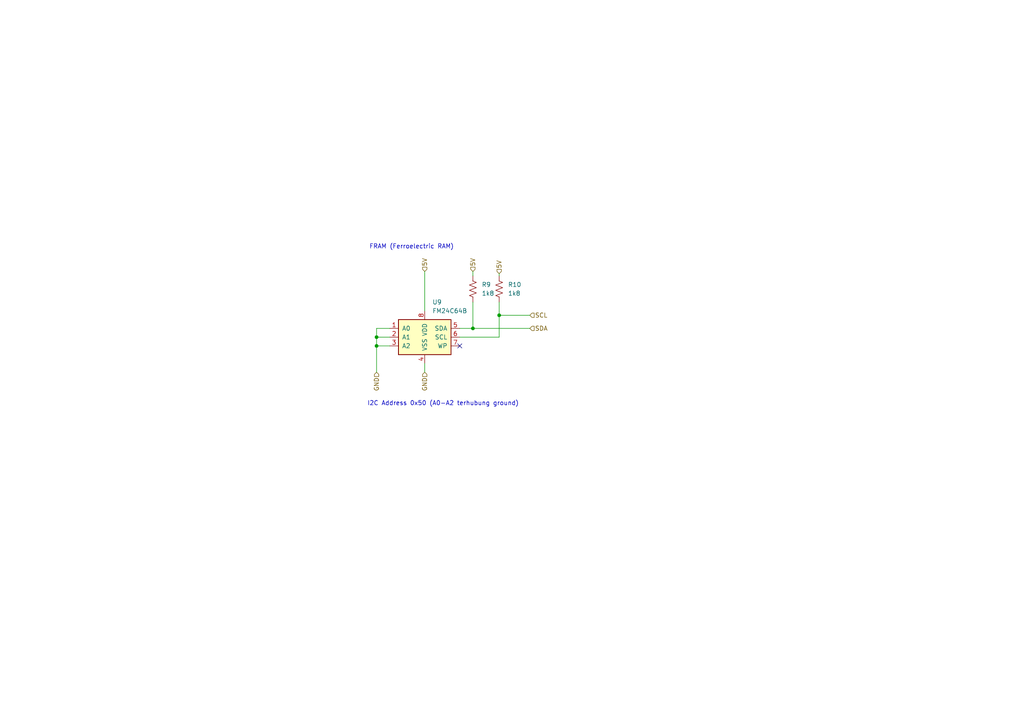
<source format=kicad_sch>
(kicad_sch (version 20231120) (generator "eeschema") (generator_version "8.0")
  (paper "A4")
  (lib_symbols
    (symbol "Device:R_US" (pin_numbers hide) (pin_names (offset 0))
      (property "Reference" "R" (at 2.54 0 90))
      (property "Value" "R_US" (at -2.54 0 90))
      (symbol "R_US_0_1"
        (polyline (pts (xy 0 -2.286) (xy 0 -2.54)))
        (polyline (pts (xy 0 2.286) (xy 0 2.54)))
        (polyline (pts (xy 0 -0.762) (xy 1.016 -1.143) (xy 0 -1.524) (xy -1.016 -1.905) (xy 0 -2.286)))
        (polyline (pts (xy 0 0.762) (xy 1.016 0.381) (xy 0 0) (xy -1.016 -0.381) (xy 0 -0.762)))
        (polyline (pts (xy 0 2.286) (xy 1.016 1.905) (xy 0 1.524) (xy -1.016 1.143) (xy 0 0.762)))
      )
      (symbol "R_US_1_1"
        (pin passive line (at 0 3.81 270) (length 1.27) (name "~") (number "1"))
        (pin passive line (at 0 -3.81 90) (length 1.27) (name "~") (number "2"))
      )
    )
    (symbol "Memory_NVRAM:FM24C64B" (pin_names (offset 1.016))
      (property "Reference" "U" (at -5.08 8.89 0))
      (property "Value" "FM24C64B" (at 6.35 -8.89 0))
      (symbol "FM24C64B_0_1"
        (rectangle (start -7.62 5.08) (end 7.62 -5.08) (stroke (width 0.254)) (fill (type background)))
      )
      (symbol "FM24C64B_1_1"
        (pin input line (at -10.16 2.54 0) (length 2.54) (name "A0") (number "1"))
        (pin input line (at -10.16 0 0) (length 2.54) (name "A1") (number "2"))
        (pin input line (at -10.16 -2.54 0) (length 2.54) (name "A2") (number "3"))
        (pin power_in line (at 0 -7.62 90) (length 2.54) (name "VSS") (number "4"))
        (pin bidirectional line (at 10.16 2.54 180) (length 2.54) (name "SDA") (number "5"))
        (pin input line (at 10.16 0 180) (length 2.54) (name "SCL") (number "6"))
        (pin input line (at 10.16 -2.54 180) (length 2.54) (name "WP") (number "7"))
        (pin power_in line (at 0 7.62 270) (length 2.54) (name "VDD") (number "8"))
      )
    )
  )
  (junction (at 109.22 97.79))
  (junction (at 109.22 100.33))
  (junction (at 144.78 91.44))
  (junction (at 137.16 95.25))
  (no_connect (at 133.35 100.33))
  (wire (pts (xy 123.19 78.74) (xy 123.19 90.17)))
  (wire (pts (xy 109.22 100.33) (xy 109.22 107.95)))
  (wire (pts (xy 109.22 97.79) (xy 109.22 100.33)))
  (wire (pts (xy 137.16 95.25) (xy 137.16 87.63)))
  (wire (pts (xy 144.78 91.44) (xy 153.67 91.44)))
  (wire (pts (xy 137.16 78.74) (xy 137.16 80.01)))
  (wire (pts (xy 137.16 95.25) (xy 153.67 95.25)))
  (wire (pts (xy 144.78 87.63) (xy 144.78 91.44)))
  (wire (pts (xy 144.78 79.375) (xy 144.78 80.01)))
  (wire (pts (xy 109.22 95.25) (xy 109.22 97.79)))
  (wire (pts (xy 113.03 95.25) (xy 109.22 95.25)))
  (wire (pts (xy 109.22 97.79) (xy 113.03 97.79)))
  (wire (pts (xy 144.78 91.44) (xy 144.78 97.79)))
  (wire (pts (xy 133.35 97.79) (xy 144.78 97.79)))
  (wire (pts (xy 109.22 100.33) (xy 113.03 100.33)))
  (wire (pts (xy 133.35 95.25) (xy 137.16 95.25)))
  (wire (pts (xy 123.19 105.41) (xy 123.19 107.95)))
  (text "I2C Address 0x50 (A0-A2 terhubung ground)" (at 128.524 117.094 0) (effects (font (size 1.27 1.27))))
  (text "FRAM (Ferroelectric RAM)" (at 119.38 71.628 0) (effects (font (size 1.27 1.27))))
  (hierarchical_label "5V" (shape input) (at 137.16 78.74 90))
  (hierarchical_label "GND" (shape input) (at 123.19 107.95 270))
  (hierarchical_label "5V" (shape input) (at 144.78 79.375 90))
  (hierarchical_label "5V" (shape input) (at 123.19 78.74 90))
  (hierarchical_label "SDA" (shape input) (at 153.67 95.25 0))
  (hierarchical_label "SCL" (shape input) (at 153.67 91.44 0))
  (hierarchical_label "GND" (shape input) (at 109.22 107.95 270))
  (symbol (lib_id "Memory_NVRAM:FM24C64B") (at 123.19 97.79 0) (unit 1)
    (property "Reference" "U9" (at 125.3841 87.63 0) (effects (justify left)))
    (property "Value" "FM24C64B" (at 125.3841 90.17 0) (effects (justify left)))
    (property "Footprint" "Package_SO:SOIC-8_3.9x4.9mm_P1.27mm" (effects (hide yes)))
    (property "Datasheet" "http://www.cypress.com/file/41651/download" (effects (hide yes)))
    (property "Description" "64Kb serial FRAM nonvolatile Memory, SOIC-8" (effects (hide yes)))
  )
  (symbol (lib_id "Device:R_US") (at 137.16 83.82 0) (unit 1)
    (property "Reference" "R9" (at 139.7 82.5499 0) (effects (justify left)))
    (property "Value" "1k8" (at 139.7 85.0899 0) (effects (justify left)))
    (property "Footprint" "Resistor_SMD:R_0402_1005Metric_Pad0.72x0.64mm_HandSolder" (effects (hide yes)))
    (property "Description" "Resistor, US symbol" (effects (hide yes)))
  )
  (symbol (lib_id "Device:R_US") (at 144.78 83.82 0) (unit 1)
    (property "Reference" "R10" (at 147.32 82.5499 0) (effects (justify left)))
    (property "Value" "1k8" (at 147.32 85.0899 0) (effects (justify left)))
    (property "Footprint" "Resistor_THT:R_Axial_DIN0204_L3.6mm_D1.6mm_P5.08mm_Horizontal" (effects (hide yes)))
    (property "Description" "Resistor, US symbol" (effects (hide yes)))
  )
)
</source>
